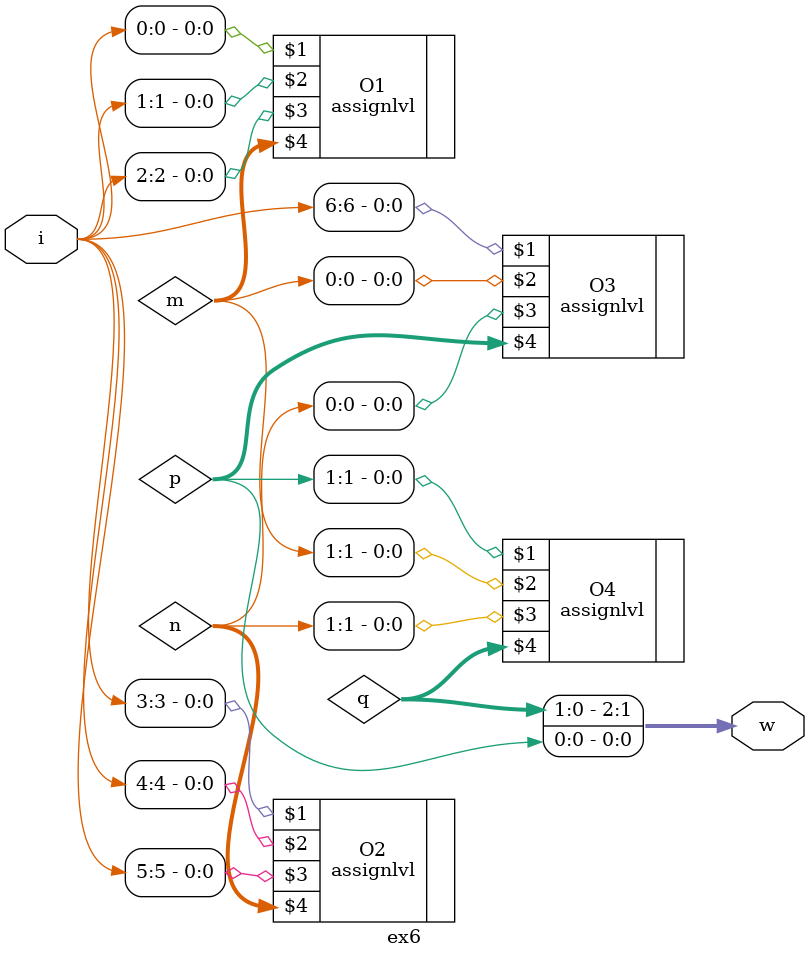
<source format=sv>
module ex6(input[6:0] i, output[2:0] w);
    wire[1:0] m,n,p,q;
    assignlvl O1(i[0],i[1],i[2],m);
    assignlvl O2(i[3],i[4],i[5],n);
    assignlvl O3(i[6],m[0],n[0],p);
    assignlvl O4(p[1],m[1],n[1],q);
    assign w[0] = p[0];
    assign w[1] = q[0];
    assign w[2] = q[1];
endmodule


</source>
